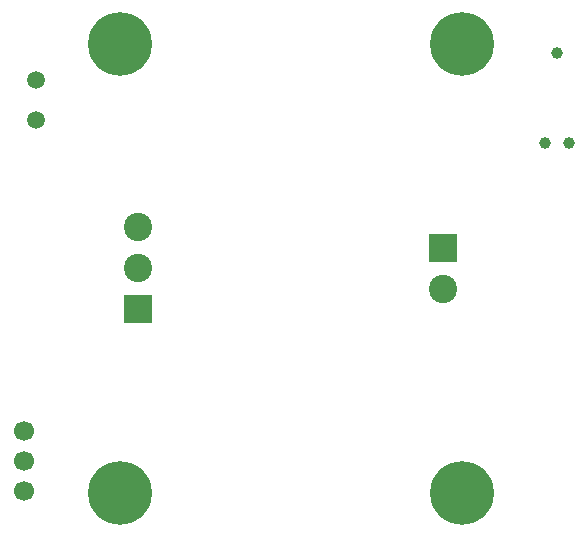
<source format=gbr>
G04 #@! TF.GenerationSoftware,KiCad,Pcbnew,6.0.6*
G04 #@! TF.CreationDate,2022-06-26T18:27:29+02:00*
G04 #@! TF.ProjectId,Sunmachine-A3,53756e6d-6163-4686-996e-652d41332e6b,rev?*
G04 #@! TF.SameCoordinates,Original*
G04 #@! TF.FileFunction,Soldermask,Bot*
G04 #@! TF.FilePolarity,Negative*
%FSLAX46Y46*%
G04 Gerber Fmt 4.6, Leading zero omitted, Abs format (unit mm)*
G04 Created by KiCad (PCBNEW 6.0.6) date 2022-06-26 18:27:29*
%MOMM*%
%LPD*%
G01*
G04 APERTURE LIST*
%ADD10R,2.400000X2.400000*%
%ADD11C,2.400000*%
%ADD12C,1.500000*%
%ADD13C,0.800000*%
%ADD14C,5.400000*%
%ADD15C,0.990600*%
%ADD16C,1.700000*%
G04 APERTURE END LIST*
D10*
G04 #@! TO.C,J3*
X131064000Y-90932000D03*
D11*
X131064000Y-87432000D03*
X131064000Y-83932000D03*
G04 #@! TD*
D10*
G04 #@! TO.C,J2*
X156845000Y-85725000D03*
D11*
X156845000Y-89225000D03*
G04 #@! TD*
D12*
G04 #@! TO.C,R1*
X122416513Y-71527836D03*
X122416513Y-74927836D03*
G04 #@! TD*
D13*
G04 #@! TO.C,REF\u002A\u002A*
X157068109Y-67080109D03*
X158500000Y-66487000D03*
X160525000Y-68512000D03*
X156475000Y-68512000D03*
X158500000Y-70537000D03*
D14*
X158500000Y-68512000D03*
D13*
X159931891Y-69943891D03*
X157068109Y-69943891D03*
X159931891Y-67080109D03*
G04 #@! TD*
G04 #@! TO.C,REF\u002A\u002A*
X130931891Y-69943891D03*
X131525000Y-68512000D03*
X127475000Y-68512000D03*
X129500000Y-66487000D03*
X129500000Y-70537000D03*
X128068109Y-69943891D03*
X130931891Y-67080109D03*
D14*
X129500000Y-68512000D03*
D13*
X128068109Y-67080109D03*
G04 #@! TD*
G04 #@! TO.C,REF\u002A\u002A*
X129500000Y-108537000D03*
X128068109Y-105080109D03*
X127475000Y-106512000D03*
X129500000Y-104487000D03*
X131525000Y-106512000D03*
X130931891Y-105080109D03*
D14*
X129500000Y-106512000D03*
D13*
X128068109Y-107943891D03*
X130931891Y-107943891D03*
G04 #@! TD*
G04 #@! TO.C,REF\u002A\u002A*
X159931891Y-105080109D03*
X160525000Y-106512000D03*
D14*
X158500000Y-106512000D03*
D13*
X157068109Y-107943891D03*
X157068109Y-105080109D03*
X158500000Y-108537000D03*
X158500000Y-104487000D03*
X156475000Y-106512000D03*
X159931891Y-107943891D03*
G04 #@! TD*
D15*
G04 #@! TO.C,J1*
X166497000Y-69215000D03*
X165481000Y-76835000D03*
X167513000Y-76835000D03*
G04 #@! TD*
D16*
G04 #@! TO.C,IC1*
X121412000Y-106324400D03*
X121412000Y-103784400D03*
X121412000Y-101244400D03*
G04 #@! TD*
M02*

</source>
